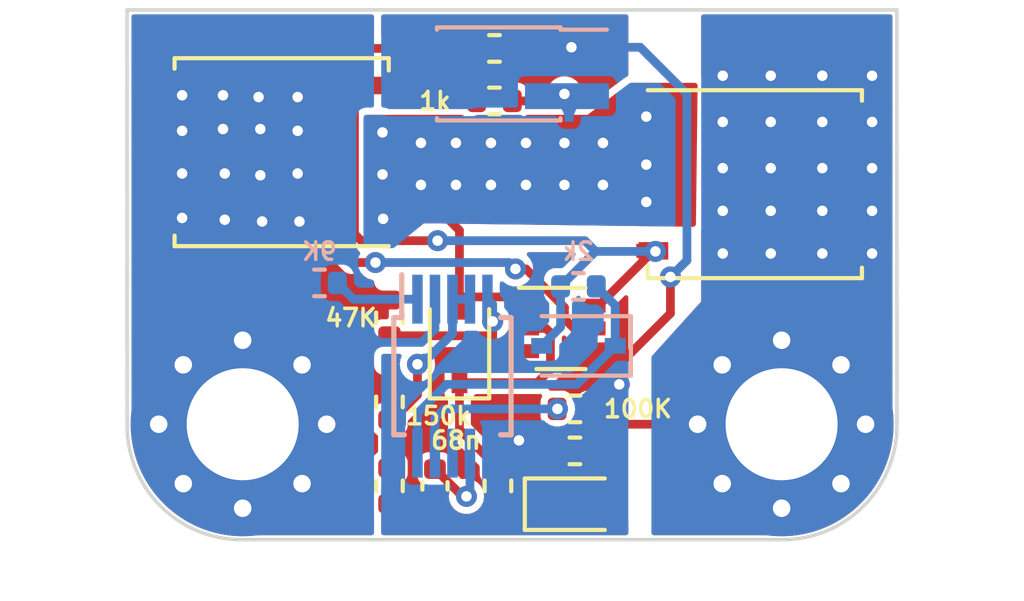
<source format=kicad_pcb>
(kicad_pcb (version 20211014) (generator pcbnew)
  (layers (0 "F.Cu" signal) (31 "B.Cu" signal) (34 "B.Paste" user) (35 "F.Paste" user) (36 "B.SilkS" user "B.Silkscreen") (37 "F.SilkS" user "F.Silkscreen") (38 "B.Mask" user) (39 "F.Mask" user) (44 "Edge.Cuts" user))
  (net 0 "")
  (net 1 "Net-(C3-Pad1)")
  (net 2 "GND")
  (net 3 "/NMOS_OUT")
  (net 4 "Net-(D2-Pad2)")
  (net 5 "Net-(Q2-Pad4)")
  (net 6 "/NMOS_IN")
  (net 7 "/~{EN}")
  (net 8 "Net-(U1-Pad10)")
  (net 9 "Net-(R1-Pad2)")
  (net 10 "Net-(D3-Pad1)")
  (net 11 "Net-(Q2-Pad1)")
  (net 12 "Net-(R7-Pad2)")
  (net 13 "Net-(R10-Pad1)")
  (net 14 "Net-(R6-Pad2)")
  (net 15 "Net-(U1-Pad9)")
  (footprint "Resistor_SMD:R_0402_1005Metric" (layer "F.Cu") (at 186.6688 82.1528 180)
    (fp_text reference "R9" hide)
    (fp_text value "1k")
    (fp_text user "1k" (at 1.7 0 unlocked) (layer "F.SilkS") (effects (font (size 0.5 0.5) (thickness 0.1))))
    (fp_line (start -0.153641 -0.38) (end 0.153641 -0.38) (layer "F.SilkS") (width 0.12))
    (fp_line (start -0.153641 0.38) (end 0.153641 0.38) (layer "F.SilkS") (width 0.12))
    (pad "1" smd roundrect (at -0.51 0 180) (size 0.54 0.64) (layers "F.Cu" "F.Paste" "F.Mask") (net 7 "/~{EN}"))
    (pad "2" smd roundrect (at 0.51 0 180) (size 0.54 0.64) (layers "F.Cu" "F.Paste" "F.Mask") (net 13 "Net-(R10-Pad1)"))
  )
  (footprint "LED_SMD:LED_0603_1608Metric" (layer "F.Cu") (at 189.0212 93.6752)
    (fp_text reference "D2" hide)
    (fp_text value "LED")
    (fp_line (start -1.485 0.735) (end 0.8 0.735) (layer "F.SilkS") (width 0.12))
    (fp_line (start 0.8 -0.735) (end -1.485 -0.735) (layer "F.SilkS") (width 0.12))
    (fp_line (start -1.485 -0.735) (end -1.485 0.735) (layer "F.SilkS") (width 0.12))
    (pad "1" smd roundrect (at -0.7875 0) (size 0.875 0.95) (layers "F.Cu" "F.Paste" "F.Mask") (net 2 "GND"))
    (pad "2" smd roundrect (at 0.7875 0) (size 0.875 0.95) (layers "F.Cu" "F.Paste" "F.Mask") (net 4 "Net-(D2-Pad2)"))
  )
  (footprint "Resistor_SMD:R_0402_1005Metric" (layer "F.Cu") (at 186.7688 93.1528 -90)
    (fp_text reference "R5" hide)
    (fp_text value "10k")
    (fp_line (start -0.153641 0.38) (end 0.153641 0.38) (layer "F.SilkS") (width 0.12))
    (fp_line (start -0.153641 -0.38) (end 0.153641 -0.38) (layer "F.SilkS") (width 0.12))
    (pad "1" smd roundrect (at -0.51 0 270) (size 0.54 0.64) (layers "F.Cu" "F.Paste" "F.Mask") (net 10 "Net-(D3-Pad1)"))
    (pad "2" smd roundrect (at 0.51 0 270) (size 0.54 0.64) (layers "F.Cu" "F.Paste" "F.Mask") (net 2 "GND"))
  )
  (footprint "Package_TO_SOT_SMD:TDSON-8-1" (layer "F.Cu") (at 180.5884 83.6168 180)
    (fp_text reference "Q2" hide)
    (fp_text value "CSD18540Q5B")
    (fp_line (start 3.06 -2.685) (end -3.06 -2.685) (layer "F.SilkS") (width 0.12))
    (fp_line (start 3.06 2.385) (end 3.06 2.685) (layer "F.SilkS") (width 0.12))
    (fp_line (start 3.06 2.685) (end -3.06 2.685) (layer "F.SilkS") (width 0.12))
    (fp_line (start 3.06 -2.385) (end 3.06 -2.685) (layer "F.SilkS") (width 0.12))
    (fp_line (start -3.06 2.335) (end -3.06 2.685) (layer "F.SilkS") (width 0.12))
    (pad "1" smd rect (at -2.9 -1.905 180) (size 0.85 0.5) (layers "F.Cu" "F.Paste" "F.Mask") (net 11 "Net-(Q2-Pad1)"))
    (pad "2" smd rect (at -2.9 -0.635 180) (size 0.85 0.5) (layers "F.Cu" "F.Paste" "F.Mask") (net 11 "Net-(Q2-Pad1)"))
    (pad "3" smd rect (at -2.9 0.635 180) (size 0.85 0.5) (layers "F.Cu" "F.Paste" "F.Mask") (net 11 "Net-(Q2-Pad1)"))
    (pad "4" smd rect (at -2.9 1.905 180) (size 0.85 0.5) (layers "F.Cu" "F.Paste" "F.Mask") (net 5 "Net-(Q2-Pad4)"))
    (pad "5" smd rect (at 1.05 0 180) (size 4.55 4.41) (layers "F.Cu") (net 6 "/NMOS_IN"))
  )
  (footprint "Resistor_SMD:R_0402_1005Metric" (layer "F.Cu") (at 183.6688 93.1528 90)
    (fp_text reference "R6" hide)
    (fp_text value "10k")
    (fp_line (start -0.153641 0.38) (end 0.153641 0.38) (layer "F.SilkS") (width 0.12))
    (fp_line (start -0.153641 -0.38) (end 0.153641 -0.38) (layer "F.SilkS") (width 0.12))
    (pad "1" smd roundrect (at -0.51 0 90) (size 0.54 0.64) (layers "F.Cu" "F.Paste" "F.Mask") (net 2 "GND"))
    (pad "2" smd roundrect (at 0.51 0 90) (size 0.54 0.64) (layers "F.Cu" "F.Paste" "F.Mask") (net 14 "Net-(R6-Pad2)"))
  )
  (footprint "Resistor_SMD:R_0402_1005Metric" (layer "F.Cu") (at 188.9688 92.1528 180)
    (fp_text reference "R11" hide)
    (fp_text value "10K")
    (fp_line (start -0.153641 -0.38) (end 0.153641 -0.38) (layer "F.SilkS") (width 0.12))
    (fp_line (start -0.153641 0.38) (end 0.153641 0.38) (layer "F.SilkS") (width 0.12))
    (pad "1" smd roundrect (at -0.51 0 180) (size 0.54 0.64) (layers "F.Cu" "F.Paste" "F.Mask") (net 3 "/NMOS_OUT"))
    (pad "2" smd roundrect (at 0.51 0 180) (size 0.54 0.64) (layers "F.Cu" "F.Paste" "F.Mask") (net 4 "Net-(D2-Pad2)"))
  )
  (footprint "Resistor_SMD:R_0402_1005Metric" (layer "F.Cu") (at 183.6688 88.3528 -90)
    (fp_text reference "R7" hide)
    (fp_text value "47K")
    (fp_text user "47K" (at 0 1.1 unlocked) (layer "F.SilkS") (effects (font (size 0.5 0.5) (thickness 0.1))))
    (fp_line (start -0.153641 -0.38) (end 0.153641 -0.38) (layer "F.SilkS") (width 0.12))
    (fp_line (start -0.153641 0.38) (end 0.153641 0.38) (layer "F.SilkS") (width 0.12))
    (pad "1" smd roundrect (at -0.51 0 270) (size 0.54 0.64) (layers "F.Cu" "F.Paste" "F.Mask") (net 6 "/NMOS_IN"))
    (pad "2" smd roundrect (at 0.51 0 270) (size 0.54 0.64) (layers "F.Cu" "F.Paste" "F.Mask") (net 12 "Net-(R7-Pad2)"))
  )
  (footprint "Package_TO_SOT_SMD:SOT-363_SC-70-6" (layer "F.Cu") (at 188.5688 88.6528)
    (fp_text reference "Q3" hide)
    (fp_text value "Q_Dual_NPN_NPN_E1B1C2E2B2C1")
    (fp_line (start 0.7 -1.16) (end -1.2 -1.16) (layer "F.SilkS") (width 0.12))
    (fp_line (start -0.7 1.16) (end 0.7 1.16) (layer "F.SilkS") (width 0.12))
    (pad "1" smd rect (at -0.95 -0.65) (size 0.65 0.4) (layers "F.Cu" "F.Paste" "F.Mask") (net 11 "Net-(Q2-Pad1)"))
    (pad "2" smd rect (at -0.95 0) (size 0.65 0.4) (layers "F.Cu" "F.Paste" "F.Mask") (net 10 "Net-(D3-Pad1)"))
    (pad "3" smd rect (at -0.95 0.65) (size 0.65 0.4) (layers "F.Cu" "F.Paste" "F.Mask") (net 12 "Net-(R7-Pad2)"))
    (pad "4" smd rect (at 0.95 0.65) (size 0.65 0.4) (layers "F.Cu" "F.Paste" "F.Mask") (net 2 "GND"))
    (pad "5" smd rect (at 0.95 0) (size 0.65 0.4) (layers "F.Cu" "F.Paste" "F.Mask") (net 13 "Net-(R10-Pad1)"))
    (pad "6" smd rect (at 0.95 -0.65) (size 0.65 0.4) (layers "F.Cu" "F.Paste" "F.Mask") (net 5 "Net-(Q2-Pad4)"))
  )
  (footprint "Capacitor_SMD:C_0402_1005Metric" (layer "F.Cu") (at 184.9688 93.1528 -90)
    (fp_text reference "C3" hide)
    (fp_text value "68n")
    (fp_text user "68n" (at -1.3 -0.6 unlocked) (layer "F.SilkS") (effects (font (size 0.5 0.5) (thickness 0.1))))
    (fp_line (start -0.107836 -0.36) (end 0.107836 -0.36) (layer "F.SilkS") (width 0.12))
    (fp_line (start -0.107836 0.36) (end 0.107836 0.36) (layer "F.SilkS") (width 0.12))
    (pad "1" smd roundrect (at -0.48 0 270) (size 0.56 0.62) (layers "F.Cu" "F.Paste" "F.Mask") (net 1 "Net-(C3-Pad1)"))
    (pad "2" smd roundrect (at 0.48 0 270) (size 0.56 0.62) (layers "F.Cu" "F.Paste" "F.Mask") (net 2 "GND"))
  )
  (footprint "MountingHole:MountingHole_3.2mm_M3_Pad_Via" (layer "F.Cu") (at 194.8744 91.3912)
    (fp_text reference "H2" hide)
    (fp_text value "MountingHole_Pad")
    (pad "1" thru_hole circle locked (at -1.697056 1.697056) (size 0.8 0.8) (drill 0.5) (layers *.Cu *.Mask) (net 3 "/NMOS_OUT"))
    (pad "1" thru_hole circle locked (at -1.697056 -1.697056) (size 0.8 0.8) (drill 0.5) (layers *.Cu *.Mask) (net 3 "/NMOS_OUT"))
    (pad "1" thru_hole circle locked (at 2.4 0) (size 0.8 0.8) (drill 0.5) (layers *.Cu *.Mask) (net 3 "/NMOS_OUT"))
    (pad "1" thru_hole circle locked (at 0 -2.4) (size 0.8 0.8) (drill 0.5) (layers *.Cu *.Mask) (net 3 "/NMOS_OUT"))
    (pad "1" thru_hole circle locked (at 1.697056 -1.697056) (size 0.8 0.8) (drill 0.5) (layers *.Cu *.Mask) (net 3 "/NMOS_OUT"))
    (pad "1" thru_hole circle locked (at -2.4 0) (size 0.8 0.8) (drill 0.5) (layers *.Cu *.Mask) (net 3 "/NMOS_OUT"))
    (pad "1" thru_hole circle locked (at 0 0) (size 6.4 6.4) (drill 3.2) (layers *.Cu *.Mask) (net 3 "/NMOS_OUT"))
    (pad "1" thru_hole circle locked (at 1.697056 1.697056) (size 0.8 0.8) (drill 0.5) (layers *.Cu *.Mask) (net 3 "/NMOS_OUT"))
    (pad "1" thru_hole circle locked (at 0 2.4) (size 0.8 0.8) (drill 0.5) (layers *.Cu *.Mask) (net 3 "/NMOS_OUT"))
  )
  (footprint "Resistor_SMD:R_0402_1005Metric" (layer "F.Cu") (at 183.6688 90.7528 -90)
    (fp_text reference "R3" hide)
    (fp_text value "150k")
    (fp_text user "150k" (at 0.4 -1.4 unlocked) (layer "F.SilkS") (effects (font (size 0.5 0.5) (thickness 0.1))))
    (fp_line (start -0.153641 -0.38) (end 0.153641 -0.38) (layer "F.SilkS") (width 0.12))
    (fp_line (start -0.153641 0.38) (end 0.153641 0.38) (layer "F.SilkS") (width 0.12))
    (pad "1" smd roundrect (at -0.51 0 270) (size 0.54 0.64) (layers "F.Cu" "F.Paste" "F.Mask") (net 6 "/NMOS_IN"))
    (pad "2" smd roundrect (at 0.51 0 270) (size 0.54 0.64) (layers "F.Cu" "F.Paste" "F.Mask") (net 14 "Net-(R6-Pad2)"))
  )
  (footprint "Resistor_SMD:R_0402_1005Metric" (layer "F.Cu") (at 188.9688 90.9528 180)
    (fp_text reference "R4" hide)
    (fp_text value "10k")
    (fp_text user "100K" (at -1.8 0 unlocked) (layer "F.SilkS") (effects (font (size 0.5 0.5) (thickness 0.1))))
    (fp_line (start -0.153641 0.38) (end 0.153641 0.38) (layer "F.SilkS") (width 0.12))
    (fp_line (start -0.153641 -0.38) (end 0.153641 -0.38) (layer "F.SilkS") (width 0.12))
    (pad "1" smd roundrect (at -0.51 0 180) (size 0.54 0.64) (layers "F.Cu" "F.Paste" "F.Mask") (net 3 "/NMOS_OUT"))
    (pad "2" smd roundrect (at 0.51 0 180) (size 0.54 0.64) (layers "F.Cu" "F.Paste" "F.Mask") (net 15 "Net-(U1-Pad9)"))
  )
  (footprint "Package_TO_SOT_SMD:TDSON-8-1" (layer "F.Cu") (at 194.1104 84.5312)
    (fp_text reference "Q1" hide)
    (fp_text value "CSD18540Q5B")
    (fp_line (start -3.06 2.335) (end -3.06 2.685) (layer "F.SilkS") (width 0.12))
    (fp_line (start 3.06 -2.385) (end 3.06 -2.685) (layer "F.SilkS") (width 0.12))
    (fp_line (start 3.06 2.385) (end 3.06 2.685) (layer "F.SilkS") (width 0.12))
    (fp_line (start 3.06 2.685) (end -3.06 2.685) (layer "F.SilkS") (width 0.12))
    (fp_line (start 3.06 -2.685) (end -3.06 -2.685) (layer "F.SilkS") (width 0.12))
    (pad "1" smd rect locked (at -2.9 -1.905) (size 0.85 0.5) (layers "F.Cu" "F.Paste" "F.Mask") (net 11 "Net-(Q2-Pad1)"))
    (pad "2" smd rect locked (at -2.9 -0.635) (size 0.85 0.5) (layers "F.Cu" "F.Paste" "F.Mask") (net 11 "Net-(Q2-Pad1)"))
    (pad "3" smd rect locked (at -2.9 0.635) (size 0.85 0.5) (layers "F.Cu" "F.Paste" "F.Mask") (net 11 "Net-(Q2-Pad1)"))
    (pad "4" smd rect locked (at -2.9 1.905) (size 0.85 0.5) (layers "F.Cu" "F.Paste" "F.Mask") (net 5 "Net-(Q2-Pad4)"))
    (pad "5" smd rect locked (at 1.05 0) (size 4.55 4.41) (layers "F.Cu") (net 3 "/NMOS_OUT"))
  )
  (footprint "MountingHole:MountingHole_3.2mm_M3_Pad_Via" (layer "F.Cu") (at 179.4744 91.3912)
    (fp_text reference "H1" hide)
    (fp_text value "MountingHole_Pad")
    (pad "1" thru_hole circle locked (at 0 2.4) (size 0.8 0.8) (drill 0.5) (layers *.Cu *.Mask) (net 6 "/NMOS_IN"))
    (pad "1" thru_hole circle locked (at -1.697056 -1.697056) (size 0.8 0.8) (drill 0.5) (layers *.Cu *.Mask) (net 6 "/NMOS_IN"))
    (pad "1" thru_hole circle locked (at 0 -2.4) (size 0.8 0.8) (drill 0.5) (layers *.Cu *.Mask) (net 6 "/NMOS_IN"))
    (pad "1" thru_hole circle locked (at 0 0) (size 6.4 6.4) (drill 3.2) (layers *.Cu *.Mask) (net 6 "/NMOS_IN"))
    (pad "1" thru_hole circle locked (at 2.4 0) (size 0.8 0.8) (drill 0.5) (layers *.Cu *.Mask) (net 6 "/NMOS_IN"))
    (pad "1" thru_hole circle locked (at -1.697056 1.697056) (size 0.8 0.8) (drill 0.5) (layers *.Cu *.Mask) (net 6 "/NMOS_IN"))
    (pad "1" thru_hole circle locked (at 1.697056 1.697056) (size 0.8 0.8) (drill 0.5) (layers *.Cu *.Mask) (net 6 "/NMOS_IN"))
    (pad "1" thru_hole circle locked (at 1.697056 -1.697056) (size 0.8 0.8) (drill 0.5) (layers *.Cu *.Mask) (net 6 "/NMOS_IN"))
    (pad "1" thru_hole circle locked (at -2.4 0) (size 0.8 0.8) (drill 0.5) (layers *.Cu *.Mask) (net 6 "/NMOS_IN"))
  )
  (footprint "Diode_SMD:D_SOD-323" (layer "F.Cu") (at 185.6688 89.1528 90)
    (fp_text reference "D3" hide)
    (fp_text value "1N4001")
    (fp_line (start -1.5 -0.85) (end -1.5 0.85) (layer "F.SilkS") (width 0.12))
    (fp_line (start -1.5 0.85) (end 1.05 0.85) (layer "F.SilkS") (width 0.12))
    (fp_line (start -1.5 -0.85) (end 1.05 -0.85) (layer "F.SilkS") (width 0.12))
    (pad "1" smd rect (at -1.05 0 90) (size 0.6 0.45) (layers "F.Cu" "F.Paste" "F.Mask") (net 10 "Net-(D3-Pad1)"))
    (pad "2" smd rect (at 1.05 0 90) (size 0.6 0.45) (layers "F.Cu" "F.Paste" "F.Mask") (net 11 "Net-(Q2-Pad1)"))
  )
  (footprint "Resistor_SMD:R_0402_1005Metric" (layer "F.Cu") (at 186.6688 80.6528)
    (fp_text reference "R10" hide)
    (fp_text value "10K")
    (fp_line (start -0.153641 -0.38) (end 0.153641 -0.38) (layer "F.SilkS") (width 0.12))
    (fp_line (start -0.153641 0.38) (end 0.153641 0.38) (layer "F.SilkS") (width 0.12))
    (pad "1" smd roundrect (at -0.51 0) (size 0.54 0.64) (layers "F.Cu" "F.Paste" "F.Mask") (net 13 "Net-(R10-Pad1)"))
    (pad "2" smd roundrect (at 0.51 0) (size 0.54 0.64) (layers "F.Cu" "F.Paste" "F.Mask") (net 2 "GND"))
  )
  (footprint "Package_SO:MSOP-10_3x3mm_P0.5mm" (layer "B.Cu") (at 185.4688 90.0176 -90)
    (fp_text reference "U1" hide)
    (fp_text value "LM5060")
    (fp_line (start -1.675 1.45) (end -2.9 1.45) (layer "B.SilkS") (width 0.15))
    (fp_line (start -1.675 1.675) (end 1.675 1.675) (layer "B.SilkS") (width 0.15))
    (fp_line (start 1.675 1.675) (end 1.675 1.375) (layer "B.SilkS") (width 0.15))
    (fp_line (start -1.675 1.675) (end -1.675 1.45) (layer "B.SilkS") (width 0.15))
    (fp_line (start -1.675 -1.675) (end 1.675 -1.675) (layer "B.SilkS") (width 0.15))
    (fp_line (start 1.675 -1.675) (end 1.675 -1.375) (layer "B.SilkS") (width 0.15))
    (fp_line (start -1.675 -1.675) (end -1.675 -1.375) (layer "B.SilkS") (width 0.15))
    (pad "1" smd rect (at -2.2 1 270) (size 1.4 0.3) (layers "B.Cu" "B.Paste" "B.Mask") (net 9 "Net-(R1-Pad2)"))
    (pad "2" smd rect (at -2.2 0.5 270) (size 1.4 0.3) (layers "B.Cu" "B.Paste" "B.Mask") (net 6 "/NMOS_IN"))
    (pad "3" smd rect (at -2.2 0 270) (size 1.4 0.3) (layers "B.Cu" "B.Paste" "B.Mask") (net 14 "Net-(R6-Pad2)"))
    (pad "4" smd rect (at -2.2 -0.5 270) (size 1.4 0.3) (layers "B.Cu" "B.Paste" "B.Mask") (net 14 "Net-(R6-Pad2)"))
    (pad "5" smd rect (at -2.2 -1 270) (size 1.4 0.3) (layers "B.Cu" "B.Paste" "B.Mask") (net 12 "Net-(R7-Pad2)"))
    (pad "6" smd rect (at 2.2 -1 270) (size 1.4 0.3) (layers "B.Cu" "B.Paste" "B.Mask") (net 2 "GND"))
    (pad "7" smd rect (at 2.2 -0.5 270) (size 1.4 0.3) (layers "B.Cu" "B.Paste" "B.Mask") (net 1 "Net-(C3-Pad1)"))
    (pad "8" smd rect (at 2.2 0 270) (size 1.4 0.3) (layers "B.Cu" "B.Paste" "B.Mask"))
    (pad "9" smd rect (at 2.2 0.5 270) (size 1.4 0.3) (layers "B.Cu" "B.Paste" "B.Mask") (net 15 "Net-(U1-Pad9)"))
    (pad "10" smd rect (at 2.2 1 270) (size 1.4 0.3) (layers "B.Cu" "B.Paste" "B.Mask") (net 8 "Net-(U1-Pad10)"))
  )
  (footprint "Resistor_SMD:R_0402_1005Metric" (layer "B.Cu") (at 181.6688 87.3528)
    (fp_text reference "R1" hide)
    (fp_text value "9K")
    (fp_text user "9K" (at 0 -0.9 unlocked) (layer "B.SilkS") (effects (font (size 0.5 0.5) (thickness 0.1)) (justify mirror)))
    (fp_line (start -0.153641 0.38) (end 0.153641 0.38) (layer "B.SilkS") (width 0.12))
    (fp_line (start -0.153641 -0.38) (end 0.153641 -0.38) (layer "B.SilkS") (width 0.12))
    (pad "1" smd roundrect (at -0.51 0) (size 0.54 0.64) (layers "B.Cu" "B.Paste" "B.Mask") (net 6 "/NMOS_IN"))
    (pad "2" smd roundrect (at 0.51 0) (size 0.54 0.64) (layers "B.Cu" "B.Paste" "B.Mask") (net 9 "Net-(R1-Pad2)"))
  )
  (footprint "Resistor_SMD:R_0402_1005Metric" (layer "B.Cu") (at 189.0688 87.4528 180)
    (fp_text reference "R2" hide)
    (fp_text value "2k")
    (fp_text user "2k" (at 0 1 unlocked) (layer "B.SilkS") (effects (font (size 0.5 0.5) (thickness 0.1)) (justify mirror)))
    (fp_line (start -0.153641 0.38) (end 0.153641 0.38) (layer "B.SilkS") (width 0.12))
    (fp_line (start -0.153641 -0.38) (end 0.153641 -0.38) (layer "B.SilkS") (width 0.12))
    (pad "1" smd roundrect (at -0.51 0 180) (size 0.54 0.64) (layers "B.Cu" "B.Paste" "B.Mask") (net 8 "Net-(U1-Pad10)"))
    (pad "2" smd roundrect (at 0.51 0 180) (size 0.54 0.64) (layers "B.Cu" "B.Paste" "B.Mask") (net 5 "Net-(Q2-Pad4)"))
  )
  (footprint "Diode_SMD:D_SOD-323" (layer "B.Cu") (at 189.0688 89.1528 180)
    (fp_text reference "D1" hide)
    (fp_text value "1N4001")
    (fp_line (start -1.5 -0.85) (end 1.05 -0.85) (layer "B.SilkS") (width 0.12))
    (fp_line (start -1.5 0.85) (end 1.05 0.85) (layer "B.SilkS") (width 0.12))
    (fp_line (start -1.5 0.85) (end -1.5 -0.85) (layer "B.SilkS") (width 0.12))
    (pad "1" smd rect (at -1.05 0 180) (size 0.6 0.45) (layers "B.Cu" "B.Paste" "B.Mask") (net 8 "Net-(U1-Pad10)"))
    (pad "2" smd rect (at 1.05 0 180) (size 0.6 0.45) (layers "B.Cu" "B.Paste" "B.Mask") (net 5 "Net-(Q2-Pad4)"))
  )
  (footprint "Connector_PinHeader_1.27mm:PinHeader_2x02_P1.27mm_Vertical_SMD" (layer "B.Cu") (at 186.7916 81.3812 180)
    (fp_text reference "J1" hide)
    (fp_text value "Conn_02x02_Odd_Even")
    (fp_line (start -1.765 1.33) (end 1.765 1.33) (layer "B.SilkS") (width 0.12))
    (fp_line (start -1.765 -1.265) (end -1.765 -1.33) (layer "B.SilkS") (width 0.12))
    (fp_line (start 1.765 -1.265) (end 1.765 -1.33) (layer "B.SilkS") (width 0.12))
    (fp_line (start -1.765 -1.33) (end 1.765 -1.33) (layer "B.SilkS") (width 0.12))
    (fp_line (start -1.765 1.33) (end -1.765 1.265) (layer "B.SilkS") (width 0.12))
    (fp_line (start -3.09 1.265) (end -1.765 1.265) (layer "B.SilkS") (width 0.12))
    (fp_line (start 1.765 1.33) (end 1.765 1.265) (layer "B.SilkS") (width 0.12))
    (pad "1" smd rect locked (at -1.95 0.635 180) (size 2.4 0.74) (layers "B.Cu" "B.Paste" "B.Mask") (net 2 "GND"))
    (pad "2" smd rect locked (at 1.95 0.635 180) (size 2.4 0.74) (layers "B.Cu" "B.Paste" "B.Mask") (net 2 "GND"))
    (pad "3" smd rect locked (at -1.95 -0.635 180) (size 2.4 0.74) (layers "B.Cu" "B.Paste" "B.Mask") (net 7 "/~{EN}"))
    (pad "4" smd rect locked (at 1.95 -0.635 180) (size 2.4 0.74) (layers "B.Cu" "B.Paste" "B.Mask") (net 2 "GND"))
  )
  (gr_line (start 176.1688 79.5528) (end 198.1688 79.5528) (layer "Edge.Cuts") (width 0.1))
  (gr_line (start 176.1708 91.3892) (end 176.1688 79.5528) (layer "Edge.Cuts") (width 0.1))
  (gr_arc (start 179.4708 94.6892) (mid 177.128216 93.731784) (end 176.1708 91.3892) (layer "Edge.Cuts") (width 0.1))
  (gr_line (start 198.1708 91.3892) (end 198.1688 79.5528) (layer "Edge.Cuts") (width 0.1))
  (gr_line (start 179.4708 94.6892) (end 194.8708 94.6892) (layer "Edge.Cuts") (width 0.1))
  (gr_arc (start 198.1708 91.3892) (mid 197.213384 93.731784) (end 194.8708 94.6892) (layer "Edge.Cuts") (width 0.1))
  (segment (start 185.8688 93.4528) (end 185.75573 93.4528) (width 0.25) (layer "F.Cu") (net 1))
  (segment (start 185.75573 93.4528) (end 184.97573 92.6728) (width 0.25) (layer "F.Cu") (net 1))
  (segment (start 184.97573 92.6728) (end 184.9688 92.6728) (width 0.25) (layer "F.Cu") (net 1))
  (via (at 185.8688 93.4528) (size 0.6) (drill 0.3) (layers "F.Cu" "B.Cu") (net 1))
  (segment (start 185.9688 93.3528) (end 185.9688 92.2176) (width 0.25) (layer "B.Cu") (net 1))
  (segment (start 185.8688 93.4528) (end 185.9688 93.3528) (width 0.25) (layer "B.Cu") (net 1))
  (segment (start 190.235103 90.2528) (end 190.235103 89.686497) (width 0.25) (layer "F.Cu") (net 2))
  (segment (start 191.697493 88.224107) (end 191.697493 87.181827) (width 0.25) (layer "F.Cu") (net 2))
  (segment (start 190.235103 89.686497) (end 191.697493 88.224107) (width 0.25) (layer "F.Cu") (net 2))
  (via (at 187.3688 91.8528) (size 0.6) (drill 0.3) (layers "F.Cu" "B.Cu") (net 2))
  (via (at 191.697493 87.181827) (size 0.6) (drill 0.3) (layers "F.Cu" "B.Cu") (net 2))
  (via (at 190.235103 90.2528) (size 0.6) (drill 0.3) (layers "F.Cu" "B.Cu") (net 2))
  (via (at 188.8688 80.6196) (size 0.6) (drill 0.3) (layers "F.Cu" "B.Cu") (net 2))
  (segment (start 191.697493 87.181827) (end 192.1688 86.71052) (width 0.25) (layer "B.Cu") (net 2))
  (segment (start 192.1688 81.9528) (end 190.8356 80.6196) (width 0.25) (layer "B.Cu") (net 2))
  (segment (start 192.1688 86.71052) (end 192.1688 81.9528) (width 0.25) (layer "B.Cu") (net 2))
  (segment (start 190.8356 80.6196) (end 188.8688 80.6196) (width 0.25) (layer "B.Cu") (net 2))
  (segment (start 190.2404 91.3912) (end 194.8744 91.3912) (width 0.25) (layer "F.Cu") (net 3))
  (segment (start 189.4788 92.1528) (end 190.2404 91.3912) (width 0.25) (layer "F.Cu") (net 3))
  (segment (start 189.4788 90.9528) (end 189.4788 92.1528) (width 0.25) (layer "F.Cu") (net 3))
  (via (at 197.4596 84.074) (size 0.6) (drill 0.3) (layers "F.Cu" "B.Cu") (net 3))
  (via (at 193.1924 84.074) (size 0.6) (drill 0.3) (layers "F.Cu" "B.Cu") (net 3))
  (via (at 196.0372 81.4324) (size 0.6) (drill 0.3) (layers "F.Cu" "B.Cu") (net 3))
  (via (at 197.4596 82.7532) (size 0.6) (drill 0.3) (layers "F.Cu" "B.Cu") (net 3))
  (via (at 193.1924 85.2932) (size 0.6) (drill 0.3) (layers "F.Cu" "B.Cu") (net 3))
  (via (at 194.564 82.7532) (size 0.6) (drill 0.3) (layers "F.Cu" "B.Cu") (net 3))
  (via (at 196.0372 86.5124) (size 0.6) (drill 0.3) (layers "F.Cu" "B.Cu") (net 3))
  (via (at 194.564 81.4324) (size 0.6) (drill 0.3) (layers "F.Cu" "B.Cu") (net 3))
  (via (at 196.0372 85.2932) (size 0.6) (drill 0.3) (layers "F.Cu" "B.Cu") (net 3))
  (via (at 196.0372 84.074) (size 0.6) (drill 0.3) (layers "F.Cu" "B.Cu") (net 3))
  (via (at 193.1924 81.4324) (size 0.6) (drill 0.3) (layers "F.Cu" "B.Cu") (net 3))
  (via (at 193.1924 86.5124) (size 0.6) (drill 0.3) (layers "F.Cu" "B.Cu") (net 3))
  (via (at 194.564 84.074) (size 0.6) (drill 0.3) (layers "F.Cu" "B.Cu") (net 3))
  (via (at 193.1924 82.7532) (size 0.6) (drill 0.3) (layers "F.Cu" "B.Cu") (net 3))
  (via (at 196.0372 82.7532) (size 0.6) (drill 0.3) (layers "F.Cu" "B.Cu") (net 3))
  (via (at 194.564 86.5124) (size 0.6) (drill 0.3) (layers "F.Cu" "B.Cu") (net 3))
  (via (at 194.564 85.2932) (size 0.6) (drill 0.3) (layers "F.Cu" "B.Cu") (net 3))
  (via (at 197.4596 86.5124) (size 0.6) (drill 0.3) (layers "F.Cu" "B.Cu") (net 3))
  (via (at 197.4596 81.4324) (size 0.6) (drill 0.3) (layers "F.Cu" "B.Cu") (net 3))
  (via (at 197.4596 85.2932) (size 0.6) (drill 0.3) (layers "F.Cu" "B.Cu") (net 3))
  (segment (start 189.8087 93.6752) (end 189.8087 93.5027) (width 0.25) (layer "F.Cu") (net 4))
  (segment (start 189.8087 93.5027) (end 188.4588 92.1528) (width 0.25) (layer "F.Cu") (net 4))
  (segment (start 189.6438 88.0028) (end 191.2104 86.4362) (width 0.25) (layer "F.Cu") (net 5))
  (segment (start 182.6688 82.1528) (end 183.1098 81.7118) (width 0.25) (layer "F.Cu") (net 5))
  (segment (start 183.1098 81.7118) (end 183.4884 81.7118) (width 0.25) (layer "F.Cu") (net 5))
  (segment (start 189.5188 88.0028) (end 189.6438 88.0028) (width 0.25) (layer "F.Cu") (net 5))
  (segment (start 182.8623 86.1463) (end 182.6688 85.9528) (width 0.25) (layer "F.Cu") (net 5))
  (segment (start 182.6688 85.9528) (end 182.6688 82.1528) (width 0.25) (layer "F.Cu") (net 5))
  (segment (start 185.0443 86.1463) (end 182.8623 86.1463) (width 0.25) (layer "F.Cu") (net 5))
  (via (at 185.0443 86.1463) (size 0.6) (drill 0.3) (layers "F.Cu" "B.Cu") (net 5))
  (via (at 191.2688 86.4528) (size 0.6) (drill 0.3) (layers "F.Cu" "B.Cu") (net 5))
  (segment (start 189.5588 86.4528) (end 191.2688 86.4528) (width 0.25) (layer "B.Cu") (net 5))
  (segment (start 189.2523 86.1463) (end 189.5588 86.4528) (width 0.25) (layer "B.Cu") (net 5))
  (segment (start 188.5588 88.6128) (end 188.0188 89.1528) (width 0.25) (layer "B.Cu") (net 5))
  (segment (start 188.5588 87.4528) (end 188.5588 88.6128) (width 0.25) (layer "B.Cu") (net 5))
  (segment (start 188.5588 87.4528) (end 189.5588 86.4528) (width 0.25) (layer "B.Cu") (net 5))
  (segment (start 185.0443 86.1463) (end 189.2523 86.1463) (width 0.25) (layer "B.Cu") (net 5))
  (segment (start 183.6688 90.2428) (end 180.6228 90.2428) (width 0.25) (layer "F.Cu") (net 6))
  (segment (start 182.1588 87.8428) (end 181.0964 86.7804) (width 0.25) (layer "F.Cu") (net 6))
  (segment (start 180.6228 90.2428) (end 179.4744 91.3912) (width 0.25) (layer "F.Cu") (net 6))
  (segment (start 181.0964 86.7804) (end 181.0964 85.598) (width 0.25) (layer "F.Cu") (net 6))
  (segment (start 183.6688 87.8428) (end 182.1588 87.8428) (width 0.25) (layer "F.Cu") (net 6))
  (via (at 179.9788 82.9564) (size 0.6) (drill 0.3) (layers "F.Cu" "B.Cu") (net 6))
  (via (at 178.9628 85.5472) (size 0.6) (drill 0.3) (layers "F.Cu" "B.Cu") (net 6))
  (via (at 177.7436 84.2264) (size 0.6) (drill 0.3) (layers "F.Cu" "B.Cu") (net 6))
  (via (at 177.7436 81.9912) (size 0.6) (drill 0.3) (layers "F.Cu" "B.Cu") (net 6))
  (via (at 181.0964 85.598) (size 0.6) (drill 0.3) (layers "F.Cu" "B.Cu") (net 6))
  (via (at 177.7436 85.4964) (size 0.6) (drill 0.3) (layers "F.Cu" "B.Cu") (net 6))
  (via (at 179.9788 84.2772) (size 0.6) (drill 0.3) (layers "F.Cu" "B.Cu") (net 6))
  (via (at 181.0456 83.0072) (size 0.6) (drill 0.3) (layers "F.Cu" "B.Cu") (net 6))
  (via (at 178.9628 84.2264) (size 0.6) (drill 0.3) (layers "F.Cu" "B.Cu") (net 6))
  (via (at 179.928 82.042) (size 0.6) (drill 0.3) (layers "F.Cu" "B.Cu") (net 6))
  (via (at 178.912 82.9564) (size 0.6) (drill 0.3) (layers "F.Cu" "B.Cu") (net 6))
  (via (at 181.0456 82.042) (size 0.6) (drill 0.3) (layers "F.Cu" "B.Cu") (net 6))
  (via (at 180.0296 85.598) (size 0.6) (drill 0.3) (layers "F.Cu" "B.Cu") (net 6))
  (via (at 181.0456 84.2264) (size 0.6) (drill 0.3) (layers "F.Cu" "B.Cu") (net 6))
  (via (at 178.912 81.9912) (size 0.6) (drill 0.3) (layers "F.Cu" "B.Cu") (net 6))
  (via (at 177.7436 83.0072) (size 0.6) (drill 0.3) (layers "F.Cu" "B.Cu") (net 6))
  (segment (start 184.585607 89.0528) (end 181.6688 89.0528) (width 0.25) (layer "B.Cu") (net 6))
  (segment (start 184.9688 87.8176) (end 184.9688 88.669607) (width 0.25) (layer "B.Cu") (net 6))
  (segment (start 181.1588 85.6604) (end 181.0964 85.598) (width 0.25) (layer "B.Cu") (net 6))
  (segment (start 181.1588 87.3528) (end 181.1588 85.6604) (width 0.25) (layer "B.Cu") (net 6))
  (segment (start 181.6688 89.0528) (end 179.4744 91.2472) (width 0.25) (layer "B.Cu") (net 6))
  (segment (start 184.9688 88.669607) (end 184.585607 89.0528) (width 0.25) (layer "B.Cu") (net 6))
  (segment (start 179.4744 91.2472) (end 179.4744 91.3912) (width 0.25) (layer "B.Cu") (net 6))
  (segment (start 187.1788 82.1528) (end 188.4688 82.1528) (width 0.25) (layer "F.Cu") (net 7))
  (segment (start 188.4688 82.1528) (end 188.6688 81.9528) (width 0.25) (layer "F.Cu") (net 7))
  (via (at 188.6688 81.9528) (size 0.6) (drill 0.3) (layers "F.Cu" "B.Cu") (net 7))
  (segment (start 185.29886 90.2528) (end 189.0188 90.2528) (width 0.25) (layer "B.Cu") (net 8))
  (segment (start 190.1188 89.1528) (end 190.1188 87.9928) (width 0.25) (layer "B.Cu") (net 8))
  (segment (start 184.4688 92.2176) (end 184.4688 91.08286) (width 0.25) (layer "B.Cu") (net 8))
  (segment (start 190.1188 87.9928) (end 189.5788 87.4528) (width 0.25) (layer "B.Cu") (net 8))
  (segment (start 184.4688 91.08286) (end 185.29886 90.2528) (width 0.25) (layer "B.Cu") (net 8))
  (segment (start 189.0188 90.2528) (end 190.1188 89.1528) (width 0.25) (layer "B.Cu") (net 8))
  (segment (start 184.4688 87.8176) (end 182.6436 87.8176) (width 0.25) (layer "B.Cu") (net 9))
  (segment (start 182.6436 87.8176) (end 182.1788 87.3528) (width 0.25) (layer "B.Cu") (net 9))
  (segment (start 187.892822 90.2028) (end 188.268311 89.827311) (width 0.25) (layer "F.Cu") (net 10))
  (segment (start 188.268311 89.827311) (end 188.268311 88.778289) (width 0.25) (layer "F.Cu") (net 10))
  (segment (start 188.268311 88.778289) (end 188.142822 88.6528) (width 0.25) (layer "F.Cu") (net 10))
  (segment (start 185.6688 91.5428) (end 186.7688 92.6428) (width 0.25) (layer "F.Cu") (net 10))
  (segment (start 185.6688 90.2028) (end 185.6688 91.5428) (width 0.25) (layer "F.Cu") (net 10))
  (segment (start 185.6688 90.2028) (end 187.892822 90.2028) (width 0.25) (layer "F.Cu") (net 10))
  (segment (start 188.142822 88.6528) (end 187.6188 88.6528) (width 0.25) (layer "F.Cu") (net 10))
  (segment (start 187.3688 87.7528) (end 185.6688 87.7528) (width 0.25) (layer "F.Cu") (net 11))
  (segment (start 185.6688 88.1028) (end 185.6688 86.7528) (width 0.25) (layer "F.Cu") (net 11))
  (segment (start 185.6688 85.8528) (end 185.3378 85.5218) (width 0.25) (layer "F.Cu") (net 11))
  (segment (start 187.6188 88.0028) (end 187.3688 87.7528) (width 0.25) (layer "F.Cu") (net 11))
  (segment (start 185.3378 85.5218) (end 183.4884 85.5218) (width 0.25) (layer "F.Cu") (net 11))
  (segment (start 185.6688 86.7528) (end 185.6688 85.8528) (width 0.25) (layer "F.Cu") (net 11))
  (via (at 188.6688 84.5528) (size 0.6) (drill 0.3) (layers "F.Cu" "B.Cu") (net 11))
  (via (at 187.5688 83.3528) (size 0.6) (drill 0.3) (layers "F.Cu" "B.Cu") (net 11))
  (via (at 185.5688 84.5528) (size 0.6) (drill 0.3) (layers "F.Cu" "B.Cu") (net 11))
  (via (at 187.5688 84.5528) (size 0.6) (drill 0.3) (layers "F.Cu" "B.Cu") (net 11))
  (via (at 191.008 82.6008) (size 0.6) (drill 0.3) (layers "F.Cu" "B.Cu") (net 11))
  (via (at 185.5688 83.3528) (size 0.6) (drill 0.3) (layers "F.Cu" "B.Cu") (net 11))
  (via (at 184.5688 83.3528) (size 0.6) (drill 0.3) (layers "F.Cu" "B.Cu") (net 11))
  (via (at 183.4884 85.5218) (size 0.6) (drill 0.3) (layers "F.Cu" "B.Cu") (net 11))
  (via (at 183.4688 83.0528) (size 0.6) (drill 0.3) (layers "F.Cu" "B.Cu") (net 11))
  (via (at 186.5688 83.3528) (size 0.6) (drill 0.3) (layers "F.Cu" "B.Cu") (net 11))
  (via (at 191.008 85.0392) (size 0.6) (drill 0.3) (layers "F.Cu" "B.Cu") (net 11))
  (via (at 188.6688 83.3528) (size 0.6) (drill 0.3) (layers "F.Cu" "B.Cu") (net 11))
  (via (at 191.008 83.9724) (size 0.6) (drill 0.3) (layers "F.Cu" "B.Cu") (net 11))
  (via (at 189.7688 83.3528) (size 0.6) (drill 0.3) (layers "F.Cu" "B.Cu") (net 11))
  (via (at 184.5688 84.5528) (size 0.6) (drill 0.3) (layers "F.Cu" "B.Cu") (net 11))
  (via (at 183.4688 84.2528) (size 0.6) (drill 0.3) (layers "F.Cu" "B.Cu") (net 11))
  (via (at 189.7688 84.5528) (size 0.6) (drill 0.3) (layers "F.Cu" "B.Cu") (net 11))
  (via (at 186.5688 84.5528) (size 0.6) (drill 0.3) (layers "F.Cu" "B.Cu") (net 11))
  (segment (start 187.6188 89.3028) (end 186.8188 89.3028) (width 0.25) (layer "F.Cu") (net 12))
  (segment (start 183.6688 88.8628) (end 186.557804 88.8628) (width 0.25) (layer "F.Cu") (net 12))
  (segment (start 186.8188 89.3028) (end 186.618302 89.102302) (width 0.25) (layer "F.Cu") (net 12))
  (segment (start 186.557804 88.8628) (end 186.618302 88.802302) (width 0.25) (layer "F.Cu") (net 12))
  (segment (start 186.618302 88.802302) (end 186.618302 88.4528) (width 0.25) (layer "F.Cu") (net 12))
  (segment (start 186.618302 89.102302) (end 186.618302 88.802302) (width 0.25) (layer "F.Cu") (net 12))
  (via (at 186.618302 88.4528) (size 0.6) (drill 0.3) (layers "F.Cu" "B.Cu") (net 12))
  (segment (start 186.618302 88.4528) (end 186.618302 87.967102) (width 0.25) (layer "B.Cu") (net 12))
  (segment (start 186.618302 87.967102) (end 186.4688 87.8176) (width 0.25) (layer "B.Cu") (net 12))
  (segment (start 188.6688 88.0528) (end 187.5688 86.9528) (width 0.25) (layer "F.Cu") (net 13))
  (segment (start 189.5188 88.6528) (end 188.9438 88.6528) (width 0.25) (layer "F.Cu") (net 13))
  (segment (start 182.21928 81.50232) (end 183.0688 80.6528) (width 0.25) (layer "F.Cu") (net 13))
  (segment (start 182.5868 86.7708) (end 182.21928 86.40328) (width 0.25) (layer "F.Cu") (net 13))
  (segment (start 188.9438 88.6528) (end 188.6688 88.3778) (width 0.25) (layer "F.Cu") (net 13))
  (segment (start 182.21928 86.40328) (end 182.21928 81.50232) (width 0.25) (layer "F.Cu") (net 13))
  (segment (start 187.5688 86.9528) (end 187.2688 86.9528) (width 0.25) (layer "F.Cu") (net 13))
  (segment (start 183.0688 80.6528) (end 186.1588 80.6528) (width 0.25) (layer "F.Cu") (net 13))
  (segment (start 188.6688 88.3778) (end 188.6688 88.0528) (width 0.25) (layer "F.Cu") (net 13))
  (segment (start 186.1588 82.1528) (end 186.1588 80.6528) (width 0.25) (layer "F.Cu") (net 13))
  (segment (start 183.2688 86.7708) (end 182.5868 86.7708) (width 0.25) (layer "F.Cu") (net 13))
  (via (at 183.2688 86.7708) (size 0.6) (drill 0.3) (layers "F.Cu" "B.Cu") (net 13))
  (via (at 187.2688 86.9528) (size 0.6) (drill 0.3) (layers "F.Cu" "B.Cu") (net 13))
  (segment (start 183.2688 86.7708) (end 187.0868 86.7708) (width 0.25) (layer "B.Cu") (net 13))
  (segment (start 187.0868 86.7708) (end 187.2688 86.9528) (width 0.25) (layer "B.Cu") (net 13))
  (segment (start 183.6688 91.2628) (end 183.6688 92.6428) (width 0.25) (layer "F.Cu") (net 14))
  (segment (start 184.4688 89.6773) (end 184.4688 90.5528) (width 0.25) (layer "F.Cu") (net 14))
  (segment (start 183.7588 91.2628) (end 183.6688 91.2628) (width 0.25) (layer "F.Cu") (net 14))
  (segment (start 184.4688 90.5528) (end 183.7588 91.2628) (width 0.25) (layer "F.Cu") (net 14))
  (via (at 184.4688 89.6773) (size 0.6) (drill 0.3) (layers "F.Cu" "B.Cu") (net 14))
  (segment (start 184.771805 89.50232) (end 185.4688 88.805325) (width 0.25) (layer "B.Cu") (net 14))
  (segment (start 185.9688 87.8176) (end 185.4688 87.8176) (width 0.25) (layer "B.Cu") (net 14))
  (segment (start 185.4688 88.805325) (end 185.4688 87.8176) (width 0.25) (layer "B.Cu") (net 14))
  (segment (start 184.64378 89.50232) (end 184.771805 89.50232) (width 0.25) (layer "B.Cu") (net 14))
  (segment (start 184.4688 89.6773) (end 184.64378 89.50232) (width 0.25) (layer "B.Cu") (net 14))
  (via (at 188.4688 90.9528) (size 0.6) (drill 0.3) (layers "F.Cu" "B.Cu") (net 15))
  (segment (start 184.9688 91.218578) (end 185.234578 90.9528) (width 0.25) (layer "B.Cu") (net 15))
  (segment (start 185.234578 90.9528) (end 188.4688 90.9528) (width 0.25) (layer "B.Cu") (net 15))
  (segment (start 184.9688 92.2176) (end 184.9688 91.218578) (width 0.25) (layer "B.Cu") (net 15))
  (zone (net 11) (net_name "Net-(Q2-Pad1)") (layers F&B.Cu) (priority 3) (connect_pads yes (clearance 0.154)) (min_thickness 0.154) (fill yes (thermal_gap 0.508) (thermal_bridge_width 0.508))
    (polygon (pts (xy 192.4248 85.7504) (xy 184.6524 85.6488) (xy 183.7888 86.36) (xy 182.9252 86.36) (xy 182.9252 82.55) (xy 189.326 82.55) (xy 190.5452 81.6356) (xy 192.4756 81.6356)))
  )
  (zone (net 6) (net_name "/NMOS_IN") (layers F&B.Cu) (priority 1) (connect_pads yes (clearance 0.127)) (min_thickness 0.127) (fill yes (thermal_gap 0.508) (thermal_bridge_width 0.508))
    (polygon (pts (xy 183.738 79.5528) (xy 183.5856 94.7928) (xy 176.1688 94.6912) (xy 176.118 79.502)))
  )
  (zone (net 2) (net_name "GND") (layers F&B.Cu) (priority 2) (connect_pads yes (clearance 0.127)) (min_thickness 0.127) (fill yes (thermal_gap 0.508) (thermal_bridge_width 0.508))
    (polygon (pts (xy 190.4944 94.9452) (xy 183.4332 94.996) (xy 183.4332 79.4512) (xy 190.4944 79.4512)))
  )
  (zone (net 3) (net_name "/NMOS_OUT") (layers F&B.Cu) (priority 1) (connect_pads yes (clearance 0.127)) (min_thickness 0.127) (fill yes (thermal_gap 0.508) (thermal_bridge_width 0.508))
    (polygon (pts (xy 198.3176 94.6912) (xy 191.1548 94.6404) (xy 191.1548 89.4588) (xy 192.5772 87.884) (xy 192.5772 79.502) (xy 198.1144 79.502)))
  )
  (zone (net 5) (net_name "Net-(Q2-Pad4)") (layer "F.Cu") (priority 16962) (connect_pads yes (clearance 0)) (min_thickness 0.0254) (fill yes (thermal_gap 0.508) (thermal_bridge_width 0.508) (island_removal_mode 1) (island_area_min 0))
    (polygon (pts (xy 190.7204 86.6362) (xy 190.775143 86.635776) (xy 190.825093 86.634805) (xy 190.870661 86.633735) (xy 190.912257 86.633016) (xy 190.950291 86.633096) (xy 190.985176 86.634424) (xy 191.017321 86.637449) (xy 191.047138 86.642621) (xy 191.075036 86.650388) (xy 191.101428 86.6612) (xy 191.3354 86.4362) (xy 191.101428 86.2112) (xy 191.075036 86.222011) (xy 191.047138 86.229778) (xy 191.017321 86.23495) (xy 190.985176 86.237975) (xy 190.950291 86.239303) (xy 190.912257 86.239383) (xy 190.870661 86.238664) (xy 190.825093 86.237594) (xy 190.775143 86.236623) (xy 190.7204 86.2362)))
  )
  (zone (net 7) (net_name "/~{EN}") (layer "B.Cu") (priority 16962) (connect_pads yes (clearance 0)) (min_thickness 0.0254) (fill yes (thermal_gap 0.508) (thermal_bridge_width 0.508) (island_removal_mode 1) (island_area_min 0))
    (polygon (pts (xy 188.9244 82.7462) (xy 188.927198 82.662946) (xy 188.935275 82.592994) (xy 188.94815 82.533554) (xy 188.965346 82.481837) (xy 188.986382 82.435052) (xy 189.010779 82.39041) (xy 189.038058 82.345122) (xy 189.067741 82.296397) (xy 189.099348 82.241446) (xy 189.1324 82.177479) (xy 188.7994 81.8312) (xy 188.4664 82.177479) (xy 188.499451 82.241446) (xy 188.531058 82.296397) (xy 188.560741 82.345122) (xy 188.58802 82.39041) (xy 188.612417 82.435052) (xy 188.633453 82.481837) (xy 188.650649 82.533554) (xy 188.663524 82.592994) (xy 188.671601 82.662946) (xy 188.6744 82.7462)))
  )
)
</source>
